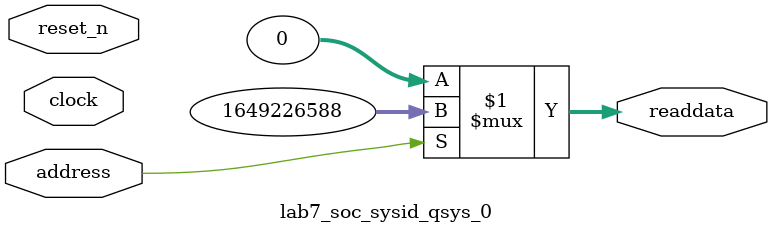
<source format=v>



// synthesis translate_off
`timescale 1ns / 1ps
// synthesis translate_on

// turn off superfluous verilog processor warnings 
// altera message_level Level1 
// altera message_off 10034 10035 10036 10037 10230 10240 10030 

module lab7_soc_sysid_qsys_0 (
               // inputs:
                address,
                clock,
                reset_n,

               // outputs:
                readdata
             )
;

  output  [ 31: 0] readdata;
  input            address;
  input            clock;
  input            reset_n;

  wire    [ 31: 0] readdata;
  //control_slave, which is an e_avalon_slave
  assign readdata = address ? 1649226588 : 0;

endmodule



</source>
